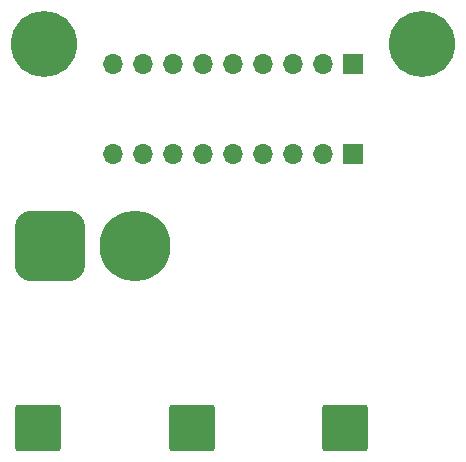
<source format=gbs>
G04 #@! TF.GenerationSoftware,KiCad,Pcbnew,8.0.5*
G04 #@! TF.CreationDate,2024-10-07T10:05:32-05:00*
G04 #@! TF.ProjectId,DRV8323_BreakoutBoard,44525638-3332-4335-9f42-7265616b6f75,rev?*
G04 #@! TF.SameCoordinates,Original*
G04 #@! TF.FileFunction,Soldermask,Bot*
G04 #@! TF.FilePolarity,Negative*
%FSLAX46Y46*%
G04 Gerber Fmt 4.6, Leading zero omitted, Abs format (unit mm)*
G04 Created by KiCad (PCBNEW 8.0.5) date 2024-10-07 10:05:32*
%MOMM*%
%LPD*%
G01*
G04 APERTURE LIST*
G04 Aperture macros list*
%AMRoundRect*
0 Rectangle with rounded corners*
0 $1 Rounding radius*
0 $2 $3 $4 $5 $6 $7 $8 $9 X,Y pos of 4 corners*
0 Add a 4 corners polygon primitive as box body*
4,1,4,$2,$3,$4,$5,$6,$7,$8,$9,$2,$3,0*
0 Add four circle primitives for the rounded corners*
1,1,$1+$1,$2,$3*
1,1,$1+$1,$4,$5*
1,1,$1+$1,$6,$7*
1,1,$1+$1,$8,$9*
0 Add four rect primitives between the rounded corners*
20,1,$1+$1,$2,$3,$4,$5,0*
20,1,$1+$1,$4,$5,$6,$7,0*
20,1,$1+$1,$6,$7,$8,$9,0*
20,1,$1+$1,$8,$9,$2,$3,0*%
G04 Aperture macros list end*
%ADD10C,5.600000*%
%ADD11R,1.700000X1.700000*%
%ADD12O,1.700000X1.700000*%
%ADD13RoundRect,0.250002X-1.699998X-1.699998X1.699998X-1.699998X1.699998X1.699998X-1.699998X1.699998X0*%
%ADD14RoundRect,1.500000X-1.500000X-1.500000X1.500000X-1.500000X1.500000X1.500000X-1.500000X1.500000X0*%
%ADD15C,6.000000*%
G04 APERTURE END LIST*
D10*
X84000000Y-55500000D03*
D11*
X78149998Y-57189998D03*
D12*
X75609998Y-57189998D03*
X73069998Y-57189999D03*
X70529998Y-57189998D03*
X67989998Y-57189998D03*
X65449998Y-57189998D03*
X62909997Y-57189997D03*
X60369998Y-57189999D03*
X57829999Y-57189999D03*
D11*
X78149998Y-64809999D03*
D12*
X75609998Y-64809999D03*
X73069998Y-64810000D03*
X70529998Y-64809999D03*
X67989998Y-64809999D03*
X65449998Y-64809999D03*
X62909997Y-64809998D03*
X60369998Y-64810000D03*
X57829999Y-64810000D03*
D10*
X52000000Y-55500000D03*
D13*
X77500000Y-88000000D03*
X64500000Y-88000000D03*
D14*
X52525000Y-72625000D03*
D15*
X59725000Y-72625000D03*
D13*
X51500000Y-88000000D03*
M02*

</source>
